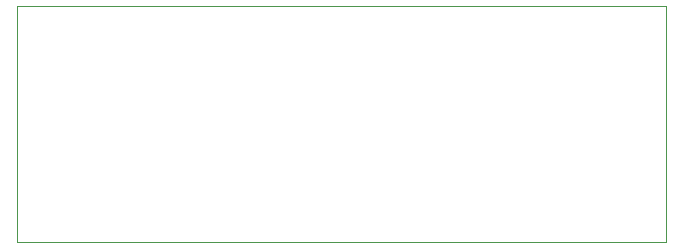
<source format=gbr>
%TF.GenerationSoftware,KiCad,Pcbnew,(6.0.4-0)*%
%TF.CreationDate,2025-08-27T16:44:19+02:00*%
%TF.ProjectId,FYP_temp,4659505f-7465-46d7-902e-6b696361645f,rev?*%
%TF.SameCoordinates,Original*%
%TF.FileFunction,Profile,NP*%
%FSLAX46Y46*%
G04 Gerber Fmt 4.6, Leading zero omitted, Abs format (unit mm)*
G04 Created by KiCad (PCBNEW (6.0.4-0)) date 2025-08-27 16:44:19*
%MOMM*%
%LPD*%
G01*
G04 APERTURE LIST*
%TA.AperFunction,Profile*%
%ADD10C,0.100000*%
%TD*%
G04 APERTURE END LIST*
D10*
X22250000Y-21500000D02*
X77250000Y-21500000D01*
X77250000Y-21500000D02*
X77250000Y-41500000D01*
X77250000Y-41500000D02*
X22250000Y-41500000D01*
X22250000Y-41500000D02*
X22250000Y-21500000D01*
M02*

</source>
